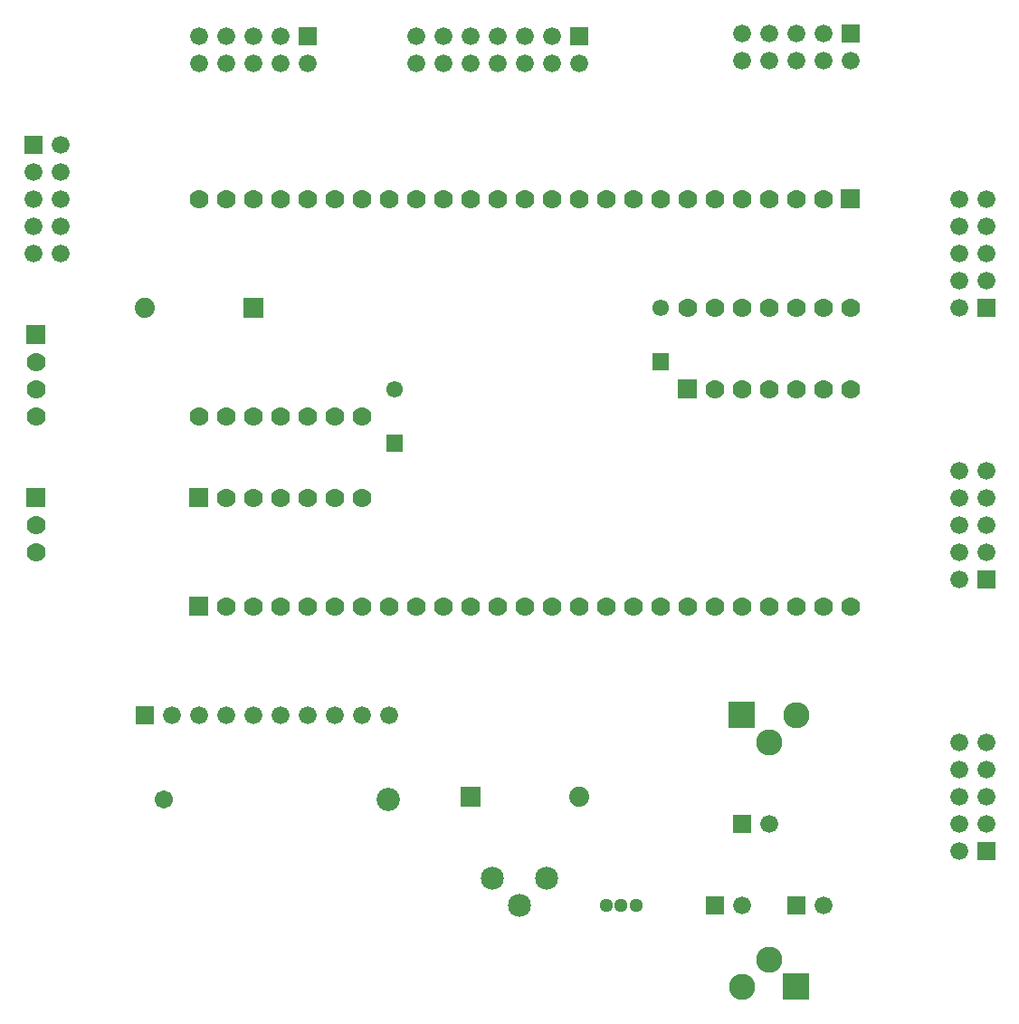
<source format=gbs>
G04 start of page 7 for group -4062 idx -4062 *
G04 Title: (unknown), soldermask *
G04 Creator: pcb 20110918 *
G04 CreationDate: Sat 26 Apr 2014 10:08:02 GMT UTC *
G04 For: ksarkies *
G04 Format: Gerber/RS-274X *
G04 PCB-Dimensions: 390000 390000 *
G04 PCB-Coordinate-Origin: lower left *
%MOIN*%
%FSLAX25Y25*%
%LNBOTTOMMASK*%
%ADD96C,0.0610*%
%ADD95C,0.0675*%
%ADD94C,0.0850*%
%ADD93C,0.0855*%
%ADD92C,0.0740*%
%ADD91C,0.0510*%
%ADD90C,0.0700*%
%ADD89C,0.0960*%
%ADD88C,0.0001*%
%ADD87C,0.0660*%
G54D87*X310000Y361000D03*
X300000Y371000D03*
Y361000D03*
X290000D03*
X280000D03*
X290000Y371000D03*
X280000D03*
G54D88*G36*
X266700Y53300D02*Y46700D01*
X273300D01*
Y53300D01*
X266700D01*
G37*
G54D87*X280000Y50000D03*
G54D88*G36*
X295200Y24800D02*Y15200D01*
X304800D01*
Y24800D01*
X295200D01*
G37*
G54D89*X290000Y30000D03*
X280000Y20000D03*
G54D88*G36*
X275200Y124800D02*Y115200D01*
X284800D01*
Y124800D01*
X275200D01*
G37*
G54D90*X260000Y160000D03*
X270000D03*
X280000D03*
X290000D03*
G54D89*Y110000D03*
X300000Y120000D03*
G54D90*Y160000D03*
X310000D03*
X320000D03*
X300000Y240000D03*
Y270000D03*
G54D88*G36*
X296700Y53300D02*Y46700D01*
X303300D01*
Y53300D01*
X296700D01*
G37*
G54D87*X310000Y50000D03*
G54D88*G36*
X276700Y83300D02*Y76700D01*
X283300D01*
Y83300D01*
X276700D01*
G37*
G54D87*X290000Y80000D03*
X370000Y110000D03*
G54D88*G36*
X366700Y173300D02*Y166700D01*
X373300D01*
Y173300D01*
X366700D01*
G37*
G54D87*X370000Y180000D03*
Y190000D03*
Y200000D03*
Y210000D03*
X360000Y170000D03*
Y180000D03*
Y190000D03*
Y200000D03*
Y210000D03*
G54D88*G36*
X366700Y273300D02*Y266700D01*
X373300D01*
Y273300D01*
X366700D01*
G37*
G54D87*X360000Y270000D03*
Y280000D03*
Y290000D03*
Y300000D03*
Y310000D03*
X370000Y280000D03*
Y290000D03*
Y300000D03*
Y310000D03*
G54D88*G36*
X366700Y73300D02*Y66700D01*
X373300D01*
Y73300D01*
X366700D01*
G37*
G54D87*X360000Y70000D03*
X370000Y80000D03*
X360000D03*
X370000Y90000D03*
X360000D03*
X370000Y100000D03*
X360000D03*
Y110000D03*
G54D91*X230000Y50000D03*
G54D92*X220000Y90000D03*
G54D91*X235500Y50000D03*
X241000D03*
G54D88*G36*
X176300Y93700D02*Y86300D01*
X183700D01*
Y93700D01*
X176300D01*
G37*
G54D93*X149842Y88977D03*
G54D94*X208000Y60000D03*
X198000Y50000D03*
X188000Y60000D03*
G54D90*X20000Y180000D03*
G54D88*G36*
X16500Y263500D02*Y256500D01*
X23500D01*
Y263500D01*
X16500D01*
G37*
G54D90*X20000Y250000D03*
Y240000D03*
Y230000D03*
G54D88*G36*
X16500Y203500D02*Y196500D01*
X23500D01*
Y203500D01*
X16500D01*
G37*
G54D90*X20000Y190000D03*
G54D88*G36*
X15700Y333300D02*Y326700D01*
X22300D01*
Y333300D01*
X15700D01*
G37*
G54D87*X29000Y330000D03*
Y320000D03*
Y310000D03*
Y300000D03*
Y290000D03*
X19000Y320000D03*
Y310000D03*
Y300000D03*
Y290000D03*
G54D88*G36*
X56700Y123300D02*Y116700D01*
X63300D01*
Y123300D01*
X56700D01*
G37*
G54D87*X70000Y120000D03*
X80000D03*
X90000D03*
X100000D03*
X110000D03*
G54D88*G36*
X76500Y163500D02*Y156500D01*
X83500D01*
Y163500D01*
X76500D01*
G37*
G54D90*X90000Y160000D03*
X100000D03*
G54D95*X67165Y88977D03*
G54D87*X120000Y120000D03*
X130000D03*
X140000D03*
X150000D03*
G54D90*X110000Y160000D03*
X120000D03*
X130000D03*
G54D88*G36*
X96300Y273700D02*Y266300D01*
X103700D01*
Y273700D01*
X96300D01*
G37*
G54D92*X60000Y270000D03*
G54D88*G36*
X76500Y203500D02*Y196500D01*
X83500D01*
Y203500D01*
X76500D01*
G37*
G54D90*X90000Y200000D03*
X100000D03*
X110000D03*
X120000D03*
X130000D03*
Y230000D03*
X120000D03*
X110000D03*
X100000D03*
X90000D03*
X80000D03*
X130000Y310000D03*
X120000D03*
X110000D03*
X100000D03*
X90000D03*
X80000D03*
G54D88*G36*
X116700Y373300D02*Y366700D01*
X123300D01*
Y373300D01*
X116700D01*
G37*
G54D87*X120000Y360000D03*
X110000Y370000D03*
Y360000D03*
X100000Y370000D03*
Y360000D03*
X90000Y370000D03*
Y360000D03*
X80000D03*
Y370000D03*
G54D90*X140000Y160000D03*
X150000D03*
X160000D03*
X170000D03*
X180000D03*
X190000D03*
X200000D03*
X210000D03*
X220000D03*
X230000D03*
X240000D03*
X250000D03*
X140000Y200000D03*
Y230000D03*
G54D88*G36*
X148950Y223050D02*Y216950D01*
X155050D01*
Y223050D01*
X148950D01*
G37*
G54D96*X152000Y240000D03*
G54D88*G36*
X246950Y253050D02*Y246950D01*
X253050D01*
Y253050D01*
X246950D01*
G37*
G54D96*X250000Y270000D03*
G54D88*G36*
X316500Y313500D02*Y306500D01*
X323500D01*
Y313500D01*
X316500D01*
G37*
G54D90*X310000Y310000D03*
X300000D03*
X250000D03*
X240000D03*
X230000D03*
X220000D03*
X210000D03*
X200000D03*
X190000D03*
X180000D03*
X170000D03*
X160000D03*
X150000D03*
X140000D03*
G54D88*G36*
X216700Y373300D02*Y366700D01*
X223300D01*
Y373300D01*
X216700D01*
G37*
G54D87*X220000Y360000D03*
X210000Y370000D03*
Y360000D03*
X200000Y370000D03*
Y360000D03*
X190000Y370000D03*
X180000D03*
X170000D03*
X160000D03*
X190000Y360000D03*
X180000D03*
X170000D03*
X160000D03*
G54D90*X290000Y310000D03*
X280000D03*
X270000D03*
X260000D03*
G54D88*G36*
X256500Y243500D02*Y236500D01*
X263500D01*
Y243500D01*
X256500D01*
G37*
G54D90*X270000Y240000D03*
X280000D03*
X290000D03*
Y270000D03*
X280000D03*
X270000D03*
X260000D03*
X310000Y240000D03*
X320000D03*
Y270000D03*
X310000D03*
G54D88*G36*
X316700Y374300D02*Y367700D01*
X323300D01*
Y374300D01*
X316700D01*
G37*
G54D87*X320000Y361000D03*
X310000Y371000D03*
M02*

</source>
